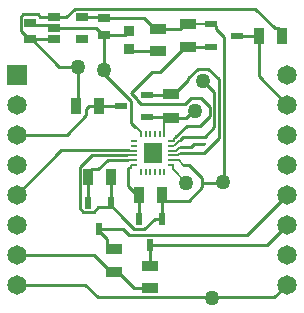
<source format=gtl>
G04*
G04 #@! TF.GenerationSoftware,Altium Limited,Altium Designer,22.3.1 (43)*
G04*
G04 Layer_Physical_Order=1*
G04 Layer_Color=255*
%FSLAX25Y25*%
%MOIN*%
G70*
G04*
G04 #@! TF.SameCoordinates,7A749ED4-F297-4BF6-9624-BD1DB0530FDD*
G04*
G04*
G04 #@! TF.FilePolarity,Positive*
G04*
G01*
G75*
%ADD30O,0.00787X0.02559*%
%ADD31O,0.02559X0.00787*%
%ADD32R,0.06063X0.06693*%
%ADD33R,0.04134X0.02362*%
%ADD34R,0.04331X0.02559*%
%ADD35R,0.05709X0.03543*%
%ADD36R,0.03740X0.05709*%
%ADD37R,0.03740X0.03347*%
%ADD38R,0.03858X0.03071*%
%ADD39R,0.01181X0.00984*%
%ADD40R,0.02362X0.04134*%
%ADD41R,0.03543X0.05709*%
%ADD42R,0.05709X0.03740*%
%ADD43C,0.01000*%
%ADD44C,0.00700*%
%ADD45C,0.06500*%
%ADD46R,0.06500X0.06500*%
%ADD47C,0.05000*%
D30*
X46264Y52661D02*
D03*
X47839D02*
D03*
X49413D02*
D03*
X50988D02*
D03*
X52563D02*
D03*
X54138D02*
D03*
Y65063D02*
D03*
X52563D02*
D03*
X50988D02*
D03*
X49413D02*
D03*
X47839D02*
D03*
X46264D02*
D03*
D31*
X56402Y54925D02*
D03*
Y56500D02*
D03*
Y58075D02*
D03*
Y59650D02*
D03*
Y61224D02*
D03*
Y62799D02*
D03*
X44000D02*
D03*
Y61224D02*
D03*
Y59650D02*
D03*
Y58075D02*
D03*
Y56500D02*
D03*
Y54925D02*
D03*
D32*
X50201Y58862D02*
D03*
D33*
X78331Y98000D02*
D03*
X69669Y94260D02*
D03*
Y101740D02*
D03*
X39669Y74500D02*
D03*
X48331Y78240D02*
D03*
Y70760D02*
D03*
D34*
X26724Y104240D02*
D03*
Y96760D02*
D03*
X17276D02*
D03*
Y100500D02*
D03*
Y104240D02*
D03*
D35*
X52000Y92760D02*
D03*
Y100240D02*
D03*
X49500Y13760D02*
D03*
Y21240D02*
D03*
X37500Y19260D02*
D03*
Y26740D02*
D03*
D36*
X85563Y98000D02*
D03*
X93437D02*
D03*
X32437Y74500D02*
D03*
X24563D02*
D03*
D37*
X42500Y99650D02*
D03*
Y93350D02*
D03*
D38*
X34000Y98244D02*
D03*
Y103756D02*
D03*
X9500Y102256D02*
D03*
Y96744D02*
D03*
D39*
X67500Y62000D02*
D03*
Y64165D02*
D03*
D40*
X49500Y28169D02*
D03*
X45760Y36831D02*
D03*
X53240D02*
D03*
X32500Y33669D02*
D03*
X28760Y42331D02*
D03*
X36240D02*
D03*
D41*
X53240Y45000D02*
D03*
X45760D02*
D03*
X36240Y51000D02*
D03*
X28760D02*
D03*
D42*
X56500Y78437D02*
D03*
Y70563D02*
D03*
X62000Y94126D02*
D03*
Y102000D02*
D03*
D43*
X72236Y63815D02*
Y83421D01*
X67208Y58787D02*
X72236Y63815D01*
X68657Y87000D02*
X72236Y83421D01*
X65343Y87000D02*
X68657D01*
X62099Y83052D02*
Y83756D01*
X65343Y87000D01*
X57484Y78437D02*
X62099Y83052D01*
X56500Y78437D02*
X57484D01*
X67000Y83000D02*
X70736Y79264D01*
Y67401D02*
Y79264D01*
X67590Y64173D02*
Y64256D01*
X67583Y64165D02*
X67590Y64173D01*
X67500Y64165D02*
X67583D01*
X69236Y71079D02*
Y74293D01*
X66229Y77300D02*
X69236Y74293D01*
X66150Y67993D02*
X69236Y71079D01*
X67590Y64256D02*
X70736Y67401D01*
X63143Y77300D02*
X66229D01*
X61280Y70563D02*
X63717Y73000D01*
X64500D01*
X73500Y49000D02*
X74000Y49500D01*
X66800Y49000D02*
X73500D01*
X66800D02*
Y50574D01*
Y47426D02*
Y49000D01*
X61708Y67993D02*
X66150D01*
X74000Y49500D02*
Y97409D01*
X57775Y64061D02*
X61708Y67993D01*
X60425Y64165D02*
X67500D01*
X59425Y63165D02*
X60425Y64165D01*
X56500Y70563D02*
X61280D01*
X71236Y100173D02*
X74000Y97409D01*
X61110Y75267D02*
X63143Y77300D01*
X46217Y75267D02*
X61110D01*
X38807Y56575D02*
X42138D01*
X41500Y58138D02*
X41563Y58075D01*
X35414Y56638D02*
X38744D01*
X38807Y56575D01*
X29857Y58138D02*
X41500D01*
X32130Y53354D02*
X35414Y56638D01*
X36240Y42331D02*
Y51000D01*
X25988Y40440D02*
Y54268D01*
Y40440D02*
X27165Y39264D01*
X30612D01*
X25988Y54268D02*
X29857Y58138D01*
X35559Y40764D02*
X36240Y41445D01*
X32112Y40764D02*
X35559D01*
X30612Y39264D02*
X32112Y40764D01*
X36240Y41445D02*
Y42331D01*
X5000Y45000D02*
X19787Y59787D01*
X42287D01*
X84437Y107000D02*
X91083Y100354D01*
X21441Y104240D02*
X24201Y107000D01*
X84437D01*
X60500Y55000D02*
X62374D01*
X66800Y50574D01*
X62374Y43000D02*
X66800Y47426D01*
X53240Y43000D02*
X62374D01*
X32500Y32783D02*
X35146Y30138D01*
X32500Y32783D02*
Y33669D01*
X36417Y26740D02*
X37500D01*
X35146Y28012D02*
X36417Y26740D01*
X35146Y28012D02*
Y30138D01*
X38583Y19260D02*
X44083Y13760D01*
X37500Y19260D02*
X38583D01*
X44083Y13760D02*
X49500D01*
X36417Y19260D02*
X37500D01*
X30677Y25000D02*
X36417Y19260D01*
X5000Y25000D02*
X30677D01*
X43036Y68964D02*
X44500Y67500D01*
X43036Y68964D02*
Y76220D01*
X9894Y96744D02*
X17260D01*
X9894D02*
X19138Y87500D01*
X9500Y96744D02*
X9894D01*
X19138Y87500D02*
X25500D01*
Y75437D02*
Y87500D01*
X24563Y74500D02*
X25500Y75437D01*
X70555Y101740D02*
X71236Y101059D01*
Y100173D02*
Y101059D01*
X69669Y101740D02*
X70555D01*
X7032Y105091D02*
X11968D01*
X90688Y10688D02*
X95000Y15000D01*
X31846Y10688D02*
X90688D01*
X27535Y15000D02*
X31846Y10688D01*
X5000Y15000D02*
X27535D01*
X85563Y84437D02*
Y98000D01*
Y84437D02*
X95000Y75000D01*
X91083Y100354D02*
X92067D01*
X93437Y98000D02*
Y98984D01*
X92067Y100354D02*
X93437Y98984D01*
X52668Y85779D02*
X61016Y94126D01*
X43000Y78801D02*
X49977Y85779D01*
X61016Y94126D02*
X62000D01*
X49977Y85779D02*
X52668D01*
X61016Y102000D02*
X62000D01*
X52000Y100240D02*
X59256D01*
X61016Y102000D01*
X34000Y103756D02*
X47402D01*
X50917Y100240D02*
X52000D01*
X47402Y103756D02*
X50917Y100240D01*
X40898Y98244D02*
X42303Y99650D01*
X34000Y98244D02*
X40898D01*
X42303Y99650D02*
X42500D01*
X44836Y76648D02*
X46217Y75267D01*
X43000Y78801D02*
X44836Y76965D01*
Y76648D02*
Y76965D01*
X59501Y58787D02*
X67208D01*
X62899Y60894D02*
X64005Y62000D01*
X67500D01*
X59487Y60894D02*
X62899D01*
X40481Y37023D02*
X44040Y33464D01*
X36240Y41445D02*
X40481Y37204D01*
X40402Y33669D02*
X42407Y31664D01*
X40481Y37023D02*
Y37204D01*
X32500Y33669D02*
X40402D01*
X44040Y33464D02*
X47479D01*
X42407Y31664D02*
X81664D01*
X47479Y33464D02*
X50846Y36831D01*
X53240D01*
X34000Y85256D02*
X43036Y76220D01*
X34000Y85256D02*
Y98244D01*
X24563Y74500D02*
Y75484D01*
X17276Y104240D02*
X21441D01*
X9500Y101461D02*
X16315D01*
X31350Y100500D02*
X33606Y98244D01*
X17276Y100500D02*
X31350D01*
X26724Y104240D02*
X33516D01*
X6271Y99580D02*
X9106Y96744D01*
X6271Y99580D02*
Y104330D01*
X7032Y105091D01*
X11968D02*
X12819Y104240D01*
X17276D01*
X9106Y96744D02*
X9500D01*
X78331Y98000D02*
X85563D01*
X62000Y94126D02*
X62134Y94260D01*
X69669D01*
X39669Y74500D02*
X40500D01*
X32437D02*
X39669D01*
X28019Y71393D02*
Y73452D01*
X21626Y65000D02*
X28019Y71393D01*
X5000Y65000D02*
X21626D01*
X29067Y74500D02*
X32437D01*
X28019Y73452D02*
X29067Y74500D01*
X56303Y78240D02*
X56500Y78437D01*
X48331Y70760D02*
X56154D01*
X48331Y78240D02*
X56303D01*
X81664Y31664D02*
X95000Y45000D01*
X28760Y42331D02*
Y51000D01*
Y52083D01*
X30031Y53354D01*
X32130D01*
X49500Y28169D02*
X88169D01*
X95000Y35000D01*
X42000Y47842D02*
X45760Y44083D01*
Y45000D01*
Y36831D02*
Y44083D01*
X53240Y43000D02*
Y45000D01*
Y36831D02*
Y43000D01*
X49500Y21240D02*
Y28169D01*
X42000Y47842D02*
Y54000D01*
X42500Y99650D02*
Y100823D01*
X17260Y96744D02*
X17276Y96760D01*
X16315Y101461D02*
X17276Y100500D01*
X9500Y101461D02*
Y102256D01*
X43091Y92760D02*
X52000D01*
D44*
X57304Y63590D02*
X57775Y64061D01*
X57304Y62840D02*
Y63590D01*
X57633Y61373D02*
X59425Y63165D01*
X56402Y62799D02*
X57264D01*
X57304Y62840D01*
X54138Y65063D02*
Y69043D01*
X54437D01*
X42138Y56575D02*
X44825D01*
X41563Y58075D02*
X44000D01*
X42408Y59666D02*
X43983D01*
X42287Y59787D02*
X42408Y59666D01*
X43983D02*
X44000Y59650D01*
X43097Y54885D02*
X43138Y54925D01*
X42902Y54000D02*
X43097Y54195D01*
X43138Y54925D02*
X44000D01*
X43097Y54195D02*
Y54885D01*
X56402Y56500D02*
X56408Y56507D01*
X58731D01*
X58862Y56638D01*
X56418Y58091D02*
X58594D01*
X56402Y58075D02*
X56418Y58091D01*
X56402Y59650D02*
X56418Y59666D01*
X58048D01*
X57019Y53482D02*
X61500Y49000D01*
X56112Y54966D02*
X56938D01*
X57019Y54885D01*
Y53482D02*
Y54885D01*
X46264Y65063D02*
Y65949D01*
X44713Y67500D02*
X46264Y65949D01*
X44500Y67500D02*
X44713D01*
X58594Y58091D02*
X59395Y58893D01*
X58048Y59666D02*
X59381Y61000D01*
X33606Y98244D02*
X34000D01*
X33516Y104240D02*
X34000Y103756D01*
X62000Y102000D02*
X69410D01*
X69669Y101740D01*
X54437Y69043D02*
X56154Y70760D01*
X58862Y56638D02*
X60500Y55000D01*
X42000Y54000D02*
X42902D01*
X7000Y46000D02*
X7500Y46500D01*
D45*
X95000Y25000D02*
D03*
Y75000D02*
D03*
Y65000D02*
D03*
Y85000D02*
D03*
Y45000D02*
D03*
Y35000D02*
D03*
Y55000D02*
D03*
Y15000D02*
D03*
X5000Y65000D02*
D03*
Y15000D02*
D03*
Y55000D02*
D03*
Y35000D02*
D03*
Y25000D02*
D03*
Y45000D02*
D03*
Y75000D02*
D03*
D46*
Y85000D02*
D03*
D47*
X64500Y73000D02*
D03*
X67000Y83000D02*
D03*
X73750Y49250D02*
D03*
X61500Y49000D02*
D03*
X70000Y10500D02*
D03*
X34000Y86500D02*
D03*
X25500Y87500D02*
D03*
M02*

</source>
